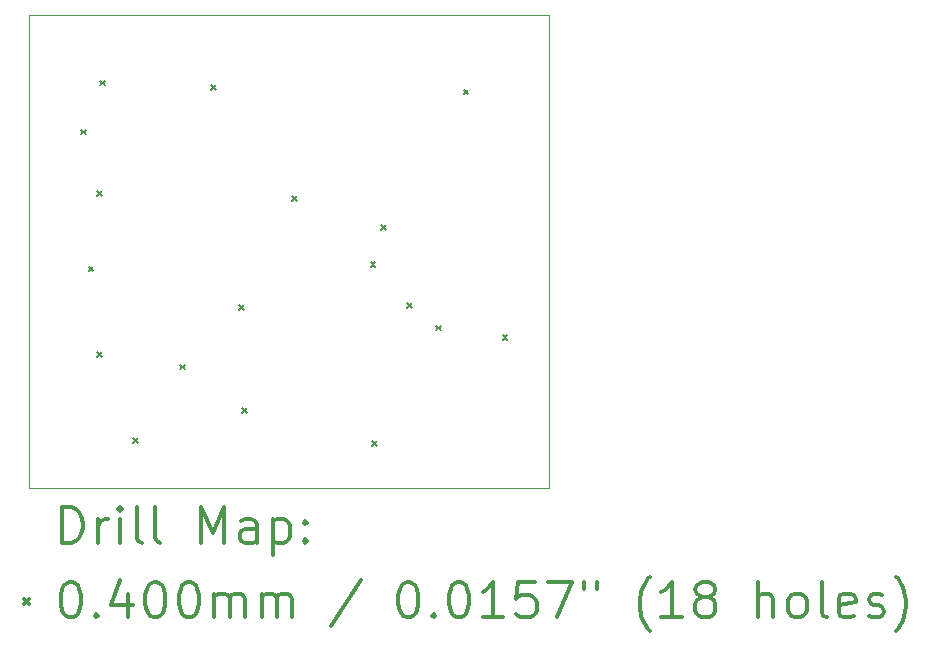
<source format=gbr>
%FSLAX45Y45*%
G04 Gerber Fmt 4.5, Leading zero omitted, Abs format (unit mm)*
G04 Created by KiCad (PCBNEW 5.1.10-88a1d61d58~90~ubuntu20.04.1) date 2021-11-23 17:05:49*
%MOMM*%
%LPD*%
G01*
G04 APERTURE LIST*
%TA.AperFunction,Profile*%
%ADD10C,0.050000*%
%TD*%
%ADD11C,0.200000*%
%ADD12C,0.300000*%
G04 APERTURE END LIST*
D10*
X11800000Y-6500000D02*
X12000000Y-6500000D01*
X11800000Y-10500000D02*
X11800000Y-6500000D01*
X12000000Y-10500000D02*
X11800000Y-10500000D01*
X16200000Y-10500000D02*
X16000000Y-10500000D01*
X16200000Y-6500000D02*
X16200000Y-10500000D01*
X16000000Y-6500000D02*
X16200000Y-6500000D01*
X16000000Y-10500000D02*
X12000000Y-10500000D01*
X12000000Y-6500000D02*
X16000000Y-6500000D01*
D11*
X12240000Y-7470000D02*
X12280000Y-7510000D01*
X12280000Y-7470000D02*
X12240000Y-7510000D01*
X12305000Y-8630000D02*
X12345000Y-8670000D01*
X12345000Y-8630000D02*
X12305000Y-8670000D01*
X12380000Y-7990000D02*
X12420000Y-8030000D01*
X12420000Y-7990000D02*
X12380000Y-8030000D01*
X12380000Y-9355000D02*
X12420000Y-9395000D01*
X12420000Y-9355000D02*
X12380000Y-9395000D01*
X12405000Y-7055000D02*
X12445000Y-7095000D01*
X12445000Y-7055000D02*
X12405000Y-7095000D01*
X12680000Y-10080000D02*
X12720000Y-10120000D01*
X12720000Y-10080000D02*
X12680000Y-10120000D01*
X13080000Y-9460000D02*
X13120000Y-9500000D01*
X13120000Y-9460000D02*
X13080000Y-9500000D01*
X13340000Y-7090000D02*
X13380000Y-7130000D01*
X13380000Y-7090000D02*
X13340000Y-7130000D01*
X13580000Y-8955000D02*
X13620000Y-8995000D01*
X13620000Y-8955000D02*
X13580000Y-8995000D01*
X13605000Y-9830000D02*
X13645000Y-9870000D01*
X13645000Y-9830000D02*
X13605000Y-9870000D01*
X14030000Y-8030000D02*
X14070000Y-8070000D01*
X14070000Y-8030000D02*
X14030000Y-8070000D01*
X14693995Y-8591465D02*
X14733995Y-8631465D01*
X14733995Y-8591465D02*
X14693995Y-8631465D01*
X14705000Y-10105000D02*
X14745000Y-10145000D01*
X14745000Y-10105000D02*
X14705000Y-10145000D01*
X14780000Y-8280000D02*
X14820000Y-8320000D01*
X14820000Y-8280000D02*
X14780000Y-8320000D01*
X15000000Y-8940000D02*
X15040000Y-8980000D01*
X15040000Y-8940000D02*
X15000000Y-8980000D01*
X15250000Y-9130000D02*
X15290000Y-9170000D01*
X15290000Y-9130000D02*
X15250000Y-9170000D01*
X15480000Y-7130000D02*
X15520000Y-7170000D01*
X15520000Y-7130000D02*
X15480000Y-7170000D01*
X15810000Y-9210000D02*
X15850000Y-9250000D01*
X15850000Y-9210000D02*
X15810000Y-9250000D01*
D12*
X12083928Y-10968214D02*
X12083928Y-10668214D01*
X12155357Y-10668214D01*
X12198214Y-10682500D01*
X12226786Y-10711072D01*
X12241071Y-10739643D01*
X12255357Y-10796786D01*
X12255357Y-10839643D01*
X12241071Y-10896786D01*
X12226786Y-10925357D01*
X12198214Y-10953929D01*
X12155357Y-10968214D01*
X12083928Y-10968214D01*
X12383928Y-10968214D02*
X12383928Y-10768214D01*
X12383928Y-10825357D02*
X12398214Y-10796786D01*
X12412500Y-10782500D01*
X12441071Y-10768214D01*
X12469643Y-10768214D01*
X12569643Y-10968214D02*
X12569643Y-10768214D01*
X12569643Y-10668214D02*
X12555357Y-10682500D01*
X12569643Y-10696786D01*
X12583928Y-10682500D01*
X12569643Y-10668214D01*
X12569643Y-10696786D01*
X12755357Y-10968214D02*
X12726786Y-10953929D01*
X12712500Y-10925357D01*
X12712500Y-10668214D01*
X12912500Y-10968214D02*
X12883928Y-10953929D01*
X12869643Y-10925357D01*
X12869643Y-10668214D01*
X13255357Y-10968214D02*
X13255357Y-10668214D01*
X13355357Y-10882500D01*
X13455357Y-10668214D01*
X13455357Y-10968214D01*
X13726786Y-10968214D02*
X13726786Y-10811072D01*
X13712500Y-10782500D01*
X13683928Y-10768214D01*
X13626786Y-10768214D01*
X13598214Y-10782500D01*
X13726786Y-10953929D02*
X13698214Y-10968214D01*
X13626786Y-10968214D01*
X13598214Y-10953929D01*
X13583928Y-10925357D01*
X13583928Y-10896786D01*
X13598214Y-10868214D01*
X13626786Y-10853929D01*
X13698214Y-10853929D01*
X13726786Y-10839643D01*
X13869643Y-10768214D02*
X13869643Y-11068214D01*
X13869643Y-10782500D02*
X13898214Y-10768214D01*
X13955357Y-10768214D01*
X13983928Y-10782500D01*
X13998214Y-10796786D01*
X14012500Y-10825357D01*
X14012500Y-10911072D01*
X13998214Y-10939643D01*
X13983928Y-10953929D01*
X13955357Y-10968214D01*
X13898214Y-10968214D01*
X13869643Y-10953929D01*
X14141071Y-10939643D02*
X14155357Y-10953929D01*
X14141071Y-10968214D01*
X14126786Y-10953929D01*
X14141071Y-10939643D01*
X14141071Y-10968214D01*
X14141071Y-10782500D02*
X14155357Y-10796786D01*
X14141071Y-10811072D01*
X14126786Y-10796786D01*
X14141071Y-10782500D01*
X14141071Y-10811072D01*
X11757500Y-11442500D02*
X11797500Y-11482500D01*
X11797500Y-11442500D02*
X11757500Y-11482500D01*
X12141071Y-11298214D02*
X12169643Y-11298214D01*
X12198214Y-11312500D01*
X12212500Y-11326786D01*
X12226786Y-11355357D01*
X12241071Y-11412500D01*
X12241071Y-11483929D01*
X12226786Y-11541071D01*
X12212500Y-11569643D01*
X12198214Y-11583929D01*
X12169643Y-11598214D01*
X12141071Y-11598214D01*
X12112500Y-11583929D01*
X12098214Y-11569643D01*
X12083928Y-11541071D01*
X12069643Y-11483929D01*
X12069643Y-11412500D01*
X12083928Y-11355357D01*
X12098214Y-11326786D01*
X12112500Y-11312500D01*
X12141071Y-11298214D01*
X12369643Y-11569643D02*
X12383928Y-11583929D01*
X12369643Y-11598214D01*
X12355357Y-11583929D01*
X12369643Y-11569643D01*
X12369643Y-11598214D01*
X12641071Y-11398214D02*
X12641071Y-11598214D01*
X12569643Y-11283929D02*
X12498214Y-11498214D01*
X12683928Y-11498214D01*
X12855357Y-11298214D02*
X12883928Y-11298214D01*
X12912500Y-11312500D01*
X12926786Y-11326786D01*
X12941071Y-11355357D01*
X12955357Y-11412500D01*
X12955357Y-11483929D01*
X12941071Y-11541071D01*
X12926786Y-11569643D01*
X12912500Y-11583929D01*
X12883928Y-11598214D01*
X12855357Y-11598214D01*
X12826786Y-11583929D01*
X12812500Y-11569643D01*
X12798214Y-11541071D01*
X12783928Y-11483929D01*
X12783928Y-11412500D01*
X12798214Y-11355357D01*
X12812500Y-11326786D01*
X12826786Y-11312500D01*
X12855357Y-11298214D01*
X13141071Y-11298214D02*
X13169643Y-11298214D01*
X13198214Y-11312500D01*
X13212500Y-11326786D01*
X13226786Y-11355357D01*
X13241071Y-11412500D01*
X13241071Y-11483929D01*
X13226786Y-11541071D01*
X13212500Y-11569643D01*
X13198214Y-11583929D01*
X13169643Y-11598214D01*
X13141071Y-11598214D01*
X13112500Y-11583929D01*
X13098214Y-11569643D01*
X13083928Y-11541071D01*
X13069643Y-11483929D01*
X13069643Y-11412500D01*
X13083928Y-11355357D01*
X13098214Y-11326786D01*
X13112500Y-11312500D01*
X13141071Y-11298214D01*
X13369643Y-11598214D02*
X13369643Y-11398214D01*
X13369643Y-11426786D02*
X13383928Y-11412500D01*
X13412500Y-11398214D01*
X13455357Y-11398214D01*
X13483928Y-11412500D01*
X13498214Y-11441071D01*
X13498214Y-11598214D01*
X13498214Y-11441071D02*
X13512500Y-11412500D01*
X13541071Y-11398214D01*
X13583928Y-11398214D01*
X13612500Y-11412500D01*
X13626786Y-11441071D01*
X13626786Y-11598214D01*
X13769643Y-11598214D02*
X13769643Y-11398214D01*
X13769643Y-11426786D02*
X13783928Y-11412500D01*
X13812500Y-11398214D01*
X13855357Y-11398214D01*
X13883928Y-11412500D01*
X13898214Y-11441071D01*
X13898214Y-11598214D01*
X13898214Y-11441071D02*
X13912500Y-11412500D01*
X13941071Y-11398214D01*
X13983928Y-11398214D01*
X14012500Y-11412500D01*
X14026786Y-11441071D01*
X14026786Y-11598214D01*
X14612500Y-11283929D02*
X14355357Y-11669643D01*
X14998214Y-11298214D02*
X15026786Y-11298214D01*
X15055357Y-11312500D01*
X15069643Y-11326786D01*
X15083928Y-11355357D01*
X15098214Y-11412500D01*
X15098214Y-11483929D01*
X15083928Y-11541071D01*
X15069643Y-11569643D01*
X15055357Y-11583929D01*
X15026786Y-11598214D01*
X14998214Y-11598214D01*
X14969643Y-11583929D01*
X14955357Y-11569643D01*
X14941071Y-11541071D01*
X14926786Y-11483929D01*
X14926786Y-11412500D01*
X14941071Y-11355357D01*
X14955357Y-11326786D01*
X14969643Y-11312500D01*
X14998214Y-11298214D01*
X15226786Y-11569643D02*
X15241071Y-11583929D01*
X15226786Y-11598214D01*
X15212500Y-11583929D01*
X15226786Y-11569643D01*
X15226786Y-11598214D01*
X15426786Y-11298214D02*
X15455357Y-11298214D01*
X15483928Y-11312500D01*
X15498214Y-11326786D01*
X15512500Y-11355357D01*
X15526786Y-11412500D01*
X15526786Y-11483929D01*
X15512500Y-11541071D01*
X15498214Y-11569643D01*
X15483928Y-11583929D01*
X15455357Y-11598214D01*
X15426786Y-11598214D01*
X15398214Y-11583929D01*
X15383928Y-11569643D01*
X15369643Y-11541071D01*
X15355357Y-11483929D01*
X15355357Y-11412500D01*
X15369643Y-11355357D01*
X15383928Y-11326786D01*
X15398214Y-11312500D01*
X15426786Y-11298214D01*
X15812500Y-11598214D02*
X15641071Y-11598214D01*
X15726786Y-11598214D02*
X15726786Y-11298214D01*
X15698214Y-11341071D01*
X15669643Y-11369643D01*
X15641071Y-11383929D01*
X16083928Y-11298214D02*
X15941071Y-11298214D01*
X15926786Y-11441071D01*
X15941071Y-11426786D01*
X15969643Y-11412500D01*
X16041071Y-11412500D01*
X16069643Y-11426786D01*
X16083928Y-11441071D01*
X16098214Y-11469643D01*
X16098214Y-11541071D01*
X16083928Y-11569643D01*
X16069643Y-11583929D01*
X16041071Y-11598214D01*
X15969643Y-11598214D01*
X15941071Y-11583929D01*
X15926786Y-11569643D01*
X16198214Y-11298214D02*
X16398214Y-11298214D01*
X16269643Y-11598214D01*
X16498214Y-11298214D02*
X16498214Y-11355357D01*
X16612500Y-11298214D02*
X16612500Y-11355357D01*
X17055357Y-11712500D02*
X17041071Y-11698214D01*
X17012500Y-11655357D01*
X16998214Y-11626786D01*
X16983928Y-11583929D01*
X16969643Y-11512500D01*
X16969643Y-11455357D01*
X16983928Y-11383929D01*
X16998214Y-11341071D01*
X17012500Y-11312500D01*
X17041071Y-11269643D01*
X17055357Y-11255357D01*
X17326786Y-11598214D02*
X17155357Y-11598214D01*
X17241071Y-11598214D02*
X17241071Y-11298214D01*
X17212500Y-11341071D01*
X17183928Y-11369643D01*
X17155357Y-11383929D01*
X17498214Y-11426786D02*
X17469643Y-11412500D01*
X17455357Y-11398214D01*
X17441071Y-11369643D01*
X17441071Y-11355357D01*
X17455357Y-11326786D01*
X17469643Y-11312500D01*
X17498214Y-11298214D01*
X17555357Y-11298214D01*
X17583928Y-11312500D01*
X17598214Y-11326786D01*
X17612500Y-11355357D01*
X17612500Y-11369643D01*
X17598214Y-11398214D01*
X17583928Y-11412500D01*
X17555357Y-11426786D01*
X17498214Y-11426786D01*
X17469643Y-11441071D01*
X17455357Y-11455357D01*
X17441071Y-11483929D01*
X17441071Y-11541071D01*
X17455357Y-11569643D01*
X17469643Y-11583929D01*
X17498214Y-11598214D01*
X17555357Y-11598214D01*
X17583928Y-11583929D01*
X17598214Y-11569643D01*
X17612500Y-11541071D01*
X17612500Y-11483929D01*
X17598214Y-11455357D01*
X17583928Y-11441071D01*
X17555357Y-11426786D01*
X17969643Y-11598214D02*
X17969643Y-11298214D01*
X18098214Y-11598214D02*
X18098214Y-11441071D01*
X18083928Y-11412500D01*
X18055357Y-11398214D01*
X18012500Y-11398214D01*
X17983928Y-11412500D01*
X17969643Y-11426786D01*
X18283928Y-11598214D02*
X18255357Y-11583929D01*
X18241071Y-11569643D01*
X18226786Y-11541071D01*
X18226786Y-11455357D01*
X18241071Y-11426786D01*
X18255357Y-11412500D01*
X18283928Y-11398214D01*
X18326786Y-11398214D01*
X18355357Y-11412500D01*
X18369643Y-11426786D01*
X18383928Y-11455357D01*
X18383928Y-11541071D01*
X18369643Y-11569643D01*
X18355357Y-11583929D01*
X18326786Y-11598214D01*
X18283928Y-11598214D01*
X18555357Y-11598214D02*
X18526786Y-11583929D01*
X18512500Y-11555357D01*
X18512500Y-11298214D01*
X18783928Y-11583929D02*
X18755357Y-11598214D01*
X18698214Y-11598214D01*
X18669643Y-11583929D01*
X18655357Y-11555357D01*
X18655357Y-11441071D01*
X18669643Y-11412500D01*
X18698214Y-11398214D01*
X18755357Y-11398214D01*
X18783928Y-11412500D01*
X18798214Y-11441071D01*
X18798214Y-11469643D01*
X18655357Y-11498214D01*
X18912500Y-11583929D02*
X18941071Y-11598214D01*
X18998214Y-11598214D01*
X19026786Y-11583929D01*
X19041071Y-11555357D01*
X19041071Y-11541071D01*
X19026786Y-11512500D01*
X18998214Y-11498214D01*
X18955357Y-11498214D01*
X18926786Y-11483929D01*
X18912500Y-11455357D01*
X18912500Y-11441071D01*
X18926786Y-11412500D01*
X18955357Y-11398214D01*
X18998214Y-11398214D01*
X19026786Y-11412500D01*
X19141071Y-11712500D02*
X19155357Y-11698214D01*
X19183928Y-11655357D01*
X19198214Y-11626786D01*
X19212500Y-11583929D01*
X19226786Y-11512500D01*
X19226786Y-11455357D01*
X19212500Y-11383929D01*
X19198214Y-11341071D01*
X19183928Y-11312500D01*
X19155357Y-11269643D01*
X19141071Y-11255357D01*
M02*

</source>
